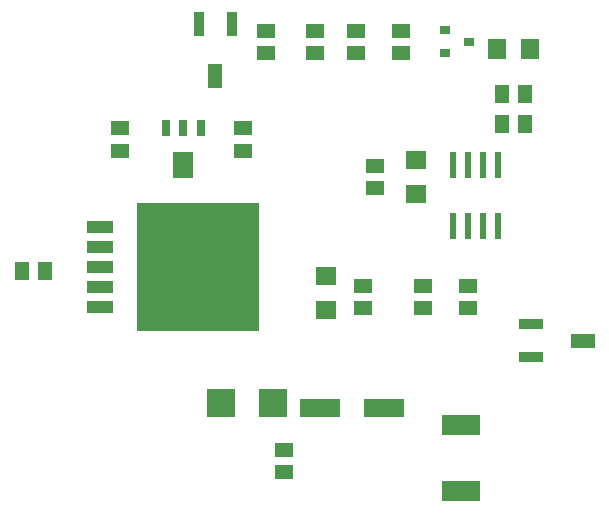
<source format=gtp>
G75*
%MOIN*%
%OFA0B0*%
%FSLAX25Y25*%
%IPPOS*%
%LPD*%
%AMOC8*
5,1,8,0,0,1.08239X$1,22.5*
%
%ADD10R,0.05906X0.05118*%
%ADD11R,0.05118X0.05906*%
%ADD12R,0.13780X0.06299*%
%ADD13R,0.09449X0.09449*%
%ADD14R,0.03150X0.05512*%
%ADD15R,0.07087X0.08661*%
%ADD16R,0.03500X0.03100*%
%ADD17R,0.02362X0.08661*%
%ADD18R,0.07098X0.06299*%
%ADD19R,0.06299X0.07098*%
%ADD20R,0.07874X0.03543*%
%ADD21R,0.07874X0.05118*%
%ADD22R,0.12598X0.07087*%
%ADD23R,0.03543X0.07874*%
%ADD24R,0.05118X0.07874*%
%ADD25R,0.06299X0.05118*%
%ADD26R,0.05118X0.06299*%
%ADD27R,0.40984X0.42520*%
%ADD28R,0.08500X0.04200*%
D10*
X0160763Y0063785D03*
X0160763Y0071265D03*
X0147200Y0170960D03*
X0147200Y0178440D03*
X0170950Y0203460D03*
X0170950Y0210940D03*
X0106048Y0178411D03*
X0106048Y0170930D03*
D11*
X0080940Y0130950D03*
X0073460Y0130950D03*
X0233460Y0189700D03*
X0240940Y0189700D03*
D12*
X0194080Y0085025D03*
X0172820Y0085025D03*
D13*
X0156974Y0086875D03*
X0139651Y0086875D03*
D14*
X0133106Y0178420D03*
X0127200Y0178420D03*
X0121294Y0178420D03*
D15*
X0127200Y0166294D03*
D16*
X0214450Y0203500D03*
X0214450Y0211100D03*
X0222450Y0207300D03*
D17*
X0222200Y0166186D03*
X0217200Y0166186D03*
X0227200Y0166186D03*
X0232200Y0166186D03*
X0232200Y0145714D03*
X0227200Y0145714D03*
X0222200Y0145714D03*
X0217200Y0145714D03*
D18*
X0204700Y0156602D03*
X0204700Y0167798D03*
X0174700Y0129048D03*
X0174700Y0117852D03*
D19*
X0231602Y0204700D03*
X0242798Y0204700D03*
D20*
X0242978Y0113037D03*
X0242978Y0102013D03*
D21*
X0260300Y0107525D03*
D22*
X0219700Y0079474D03*
X0219700Y0057426D03*
D23*
X0143312Y0213135D03*
X0132289Y0213135D03*
D24*
X0137800Y0195812D03*
D25*
X0154700Y0203460D03*
X0154700Y0210940D03*
X0184700Y0210940D03*
X0184700Y0203460D03*
X0199700Y0203460D03*
X0199700Y0210940D03*
X0190950Y0165940D03*
X0190950Y0158460D03*
X0187200Y0125940D03*
X0187200Y0118460D03*
X0207200Y0118460D03*
X0207200Y0125940D03*
X0222200Y0125940D03*
X0222200Y0118460D03*
D26*
X0233460Y0179700D03*
X0240940Y0179700D03*
D27*
X0132200Y0132200D03*
D28*
X0099400Y0118800D03*
X0099400Y0125500D03*
X0099400Y0132200D03*
X0099400Y0138900D03*
X0099400Y0145600D03*
M02*

</source>
